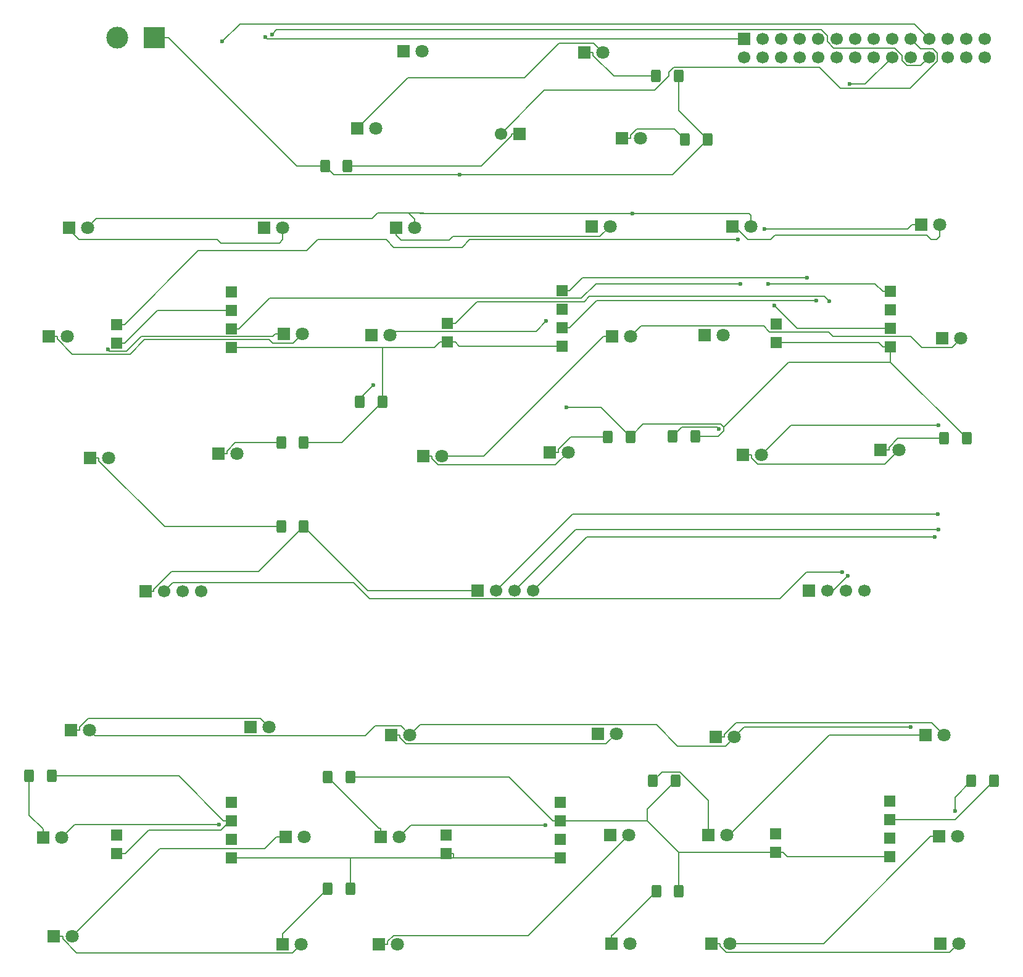
<source format=gbr>
%TF.GenerationSoftware,KiCad,Pcbnew,9.0.2*%
%TF.CreationDate,2025-06-15T20:52:46+02:00*%
%TF.ProjectId,adirs,61646972-732e-46b6-9963-61645f706362,rev?*%
%TF.SameCoordinates,Original*%
%TF.FileFunction,Copper,L1,Top*%
%TF.FilePolarity,Positive*%
%FSLAX46Y46*%
G04 Gerber Fmt 4.6, Leading zero omitted, Abs format (unit mm)*
G04 Created by KiCad (PCBNEW 9.0.2) date 2025-06-15 20:52:46*
%MOMM*%
%LPD*%
G01*
G04 APERTURE LIST*
G04 Aperture macros list*
%AMRoundRect*
0 Rectangle with rounded corners*
0 $1 Rounding radius*
0 $2 $3 $4 $5 $6 $7 $8 $9 X,Y pos of 4 corners*
0 Add a 4 corners polygon primitive as box body*
4,1,4,$2,$3,$4,$5,$6,$7,$8,$9,$2,$3,0*
0 Add four circle primitives for the rounded corners*
1,1,$1+$1,$2,$3*
1,1,$1+$1,$4,$5*
1,1,$1+$1,$6,$7*
1,1,$1+$1,$8,$9*
0 Add four rect primitives between the rounded corners*
20,1,$1+$1,$2,$3,$4,$5,0*
20,1,$1+$1,$4,$5,$6,$7,0*
20,1,$1+$1,$6,$7,$8,$9,0*
20,1,$1+$1,$8,$9,$2,$3,0*%
G04 Aperture macros list end*
%TA.AperFunction,ComponentPad*%
%ADD10R,1.500000X1.500000*%
%TD*%
%TA.AperFunction,ComponentPad*%
%ADD11R,1.800000X1.800000*%
%TD*%
%TA.AperFunction,ComponentPad*%
%ADD12C,1.800000*%
%TD*%
%TA.AperFunction,SMDPad,CuDef*%
%ADD13RoundRect,0.250000X-0.400000X-0.625000X0.400000X-0.625000X0.400000X0.625000X-0.400000X0.625000X0*%
%TD*%
%TA.AperFunction,ComponentPad*%
%ADD14R,3.000000X3.000000*%
%TD*%
%TA.AperFunction,ComponentPad*%
%ADD15C,3.000000*%
%TD*%
%TA.AperFunction,ComponentPad*%
%ADD16R,1.700000X1.700000*%
%TD*%
%TA.AperFunction,ComponentPad*%
%ADD17C,1.700000*%
%TD*%
%TA.AperFunction,ViaPad*%
%ADD18C,0.600000*%
%TD*%
%TA.AperFunction,Conductor*%
%ADD19C,0.200000*%
%TD*%
G04 APERTURE END LIST*
D10*
%TO.P,KR3,1,+5V_TOP_LED*%
%TO.N,Net-(J2-Pin_4)*%
X255250000Y-60150000D03*
%TO.P,KR3,2,GND_TOP_LED*%
%TO.N,GND*%
X255250000Y-62690000D03*
%TO.P,KR3,3,+5V_BOTTOM_LED*%
%TO.N,Net-(J2-Pin_5)*%
X255250000Y-65230000D03*
%TO.P,KR3,4,GND_BOTTOM_LED*%
%TO.N,GND*%
X255250000Y-67770000D03*
%TO.P,KR3,5,SW_IN*%
%TO.N,Net-(J2-Pin_6)*%
X239550000Y-64650000D03*
%TO.P,KR3,6,SW_OUT*%
%TO.N,GND*%
X239550000Y-67190000D03*
%TD*%
D11*
%TO.P,D35,1,K*%
%TO.N,Net-(D35-K)*%
X230660000Y-149600000D03*
D12*
%TO.P,D35,2,A*%
%TO.N,Net-(D34-K)*%
X233200000Y-149600000D03*
%TD*%
D11*
%TO.P,D29,1,K*%
%TO.N,Net-(D29-K)*%
X216760000Y-134700000D03*
D12*
%TO.P,D29,2,A*%
%TO.N,Net-(D28-K)*%
X219300000Y-134700000D03*
%TD*%
D11*
%TO.P,D33,1,K*%
%TO.N,Net-(D33-K)*%
X230260000Y-134700000D03*
D12*
%TO.P,D33,2,A*%
%TO.N,Net-(D32-K)*%
X232800000Y-134700000D03*
%TD*%
D13*
%TO.P,R14,1*%
%TO.N,Net-(D39-K)*%
X223050000Y-30594400D03*
%TO.P,R14,2*%
%TO.N,GND*%
X226150000Y-30594400D03*
%TD*%
%TO.P,R7,1*%
%TO.N,Net-(D21-K)*%
X137050000Y-126600000D03*
%TO.P,R7,2*%
%TO.N,GND*%
X140150000Y-126600000D03*
%TD*%
D11*
%TO.P,D3,1,K*%
%TO.N,Net-(D3-K)*%
X163000000Y-82400000D03*
D12*
%TO.P,D3,2,A*%
%TO.N,Net-(D2-K)*%
X165540000Y-82400000D03*
%TD*%
D11*
%TO.P,D22,1,K*%
%TO.N,Net-(D22-K)*%
X172260000Y-135000000D03*
D12*
%TO.P,D22,2,A*%
%TO.N,+12V*%
X174800000Y-135000000D03*
%TD*%
D11*
%TO.P,D19,1,K*%
%TO.N,Net-(D19-K)*%
X142760000Y-120300000D03*
D12*
%TO.P,D19,2,A*%
%TO.N,+12V*%
X145300000Y-120300000D03*
%TD*%
D11*
%TO.P,D13,1,K*%
%TO.N,Net-(D13-K)*%
X233560000Y-51200000D03*
D12*
%TO.P,D13,2,A*%
%TO.N,+12V*%
X236100000Y-51200000D03*
%TD*%
D11*
%TO.P,D16,1,K*%
%TO.N,Net-(D16-K)*%
X262360000Y-66600000D03*
D12*
%TO.P,D16,2,A*%
%TO.N,+12V*%
X264900000Y-66600000D03*
%TD*%
D13*
%TO.P,R8,1*%
%TO.N,Net-(D24-K)*%
X178050000Y-142100000D03*
%TO.P,R8,2*%
%TO.N,GND*%
X181150000Y-142100000D03*
%TD*%
D11*
%TO.P,D8,1,K*%
%TO.N,Net-(D8-K)*%
X214225000Y-51200000D03*
D12*
%TO.P,D8,2,A*%
%TO.N,Net-(D7-K)*%
X216765000Y-51200000D03*
%TD*%
D10*
%TO.P,KR5,1,+5V_TOP_LED*%
%TO.N,Net-(J2-Pin_7)*%
X209950000Y-130250000D03*
%TO.P,KR5,2,GND_TOP_LED*%
%TO.N,GND*%
X209950000Y-132790000D03*
%TO.P,KR5,3,+5V_BOTTOM_LED*%
%TO.N,Net-(J2-Pin_8)*%
X209950000Y-135330000D03*
%TO.P,KR5,4,GND_BOTTOM_LED*%
%TO.N,GND*%
X209950000Y-137870000D03*
%TO.P,KR5,5,SW_IN*%
%TO.N,Net-(J2-Pin_9)*%
X194250000Y-134750000D03*
%TO.P,KR5,6,SW_OUT*%
%TO.N,GND*%
X194250000Y-137290000D03*
%TD*%
D11*
%TO.P,D25,1,K*%
%TO.N,Net-(D25-K)*%
X186760000Y-121000000D03*
D12*
%TO.P,D25,2,A*%
%TO.N,+12V*%
X189300000Y-121000000D03*
%TD*%
D14*
%TO.P,J1,1,Pin_1*%
%TO.N,GND*%
X154240000Y-25300000D03*
D15*
%TO.P,J1,2,Pin_2*%
%TO.N,+12V*%
X149160000Y-25300000D03*
%TD*%
D11*
%TO.P,D21,1,K*%
%TO.N,Net-(D21-K)*%
X138960000Y-135100000D03*
D12*
%TO.P,D21,2,A*%
%TO.N,Net-(D20-K)*%
X141500000Y-135100000D03*
%TD*%
D11*
%TO.P,D10,1,K*%
%TO.N,Net-(D10-K)*%
X217060000Y-66300000D03*
D12*
%TO.P,D10,2,A*%
%TO.N,+12V*%
X219600000Y-66300000D03*
%TD*%
D11*
%TO.P,D32,1,K*%
%TO.N,Net-(D32-K)*%
X260060000Y-121000000D03*
D12*
%TO.P,D32,2,A*%
%TO.N,Net-(D31-K)*%
X262600000Y-121000000D03*
%TD*%
D13*
%TO.P,R10,1*%
%TO.N,Net-(D30-K)*%
X223100000Y-142400000D03*
%TO.P,R10,2*%
%TO.N,GND*%
X226200000Y-142400000D03*
%TD*%
D11*
%TO.P,D12,1,K*%
%TO.N,Net-(D12-K)*%
X208460000Y-82200000D03*
D12*
%TO.P,D12,2,A*%
%TO.N,Net-(D11-K)*%
X211000000Y-82200000D03*
%TD*%
D10*
%TO.P,KR6,1,+5V_TOP_LED*%
%TO.N,Net-(J2-Pin_16)*%
X255150000Y-130050000D03*
%TO.P,KR6,2,GND_TOP_LED*%
%TO.N,GND*%
X255150000Y-132590000D03*
%TO.P,KR6,3,+5V_BOTTOM_LED*%
%TO.N,Net-(J2-Pin_17)*%
X255150000Y-135130000D03*
%TO.P,KR6,4,GND_BOTTOM_LED*%
%TO.N,GND*%
X255150000Y-137670000D03*
%TO.P,KR6,5,SW_IN*%
%TO.N,Net-(J2-Pin_18)*%
X239450000Y-134550000D03*
%TO.P,KR6,6,SW_OUT*%
%TO.N,GND*%
X239450000Y-137090000D03*
%TD*%
D16*
%TO.P,J6,1,Pin_1*%
%TO.N,GND*%
X198590000Y-101150000D03*
D17*
%TO.P,J6,2,Pin_2*%
%TO.N,Net-(J2-Pin_26)*%
X201130000Y-101150000D03*
%TO.P,J6,3,Pin_3*%
%TO.N,Net-(J2-Pin_27)*%
X203670000Y-101150000D03*
%TO.P,J6,4,Pin_4*%
%TO.N,Net-(J2-Pin_28)*%
X206210000Y-101150000D03*
%TD*%
D11*
%TO.P,D9,1,K*%
%TO.N,Net-(D9-K)*%
X184025000Y-66100000D03*
D12*
%TO.P,D9,2,A*%
%TO.N,Net-(D8-K)*%
X186565000Y-66100000D03*
%TD*%
D11*
%TO.P,D30,1,K*%
%TO.N,Net-(D30-K)*%
X216960000Y-149600000D03*
D12*
%TO.P,D30,2,A*%
%TO.N,Net-(D29-K)*%
X219500000Y-149600000D03*
%TD*%
D11*
%TO.P,D14,1,K*%
%TO.N,Net-(D14-K)*%
X259425000Y-51000000D03*
D12*
%TO.P,D14,2,A*%
%TO.N,Net-(D13-K)*%
X261965000Y-51000000D03*
%TD*%
D13*
%TO.P,R12,1*%
%TO.N,Net-(D36-K)*%
X266350000Y-127300000D03*
%TO.P,R12,2*%
%TO.N,GND*%
X269450000Y-127300000D03*
%TD*%
%TO.P,R4,1*%
%TO.N,Net-(D12-K)*%
X216450000Y-80100000D03*
%TO.P,R4,2*%
%TO.N,GND*%
X219550000Y-80100000D03*
%TD*%
%TO.P,R2,1*%
%TO.N,Net-(D6-K)*%
X171650000Y-92400000D03*
%TO.P,R2,2*%
%TO.N,GND*%
X174750000Y-92400000D03*
%TD*%
D16*
%TO.P,J4,1,Pin_1*%
%TO.N,GND*%
X153020000Y-101300000D03*
D17*
%TO.P,J4,2,Pin_2*%
%TO.N,Net-(J2-Pin_20)*%
X155560000Y-101300000D03*
%TO.P,J4,3,Pin_3*%
%TO.N,Net-(J2-Pin_21)*%
X158100000Y-101300000D03*
%TO.P,J4,4,Pin_4*%
%TO.N,Net-(J2-Pin_22)*%
X160640000Y-101300000D03*
%TD*%
D10*
%TO.P,KR4,1,+5V_TOP_LED*%
%TO.N,Net-(J2-Pin_13)*%
X164800000Y-130200000D03*
%TO.P,KR4,2,GND_TOP_LED*%
%TO.N,GND*%
X164800000Y-132740000D03*
%TO.P,KR4,3,+5V_BOTTOM_LED*%
%TO.N,Net-(J2-Pin_14)*%
X164800000Y-135280000D03*
%TO.P,KR4,4,GND_BOTTOM_LED*%
%TO.N,GND*%
X164800000Y-137820000D03*
%TO.P,KR4,5,SW_IN*%
%TO.N,Net-(J2-Pin_15)*%
X149100000Y-134700000D03*
%TO.P,KR4,6,SW_OUT*%
%TO.N,GND*%
X149100000Y-137240000D03*
%TD*%
D11*
%TO.P,D15,1,K*%
%TO.N,Net-(D15-K)*%
X229760000Y-66100000D03*
D12*
%TO.P,D15,2,A*%
%TO.N,Net-(D14-K)*%
X232300000Y-66100000D03*
%TD*%
D11*
%TO.P,D5,1,K*%
%TO.N,Net-(D5-K)*%
X172025000Y-66000000D03*
D12*
%TO.P,D5,2,A*%
%TO.N,Net-(D4-K)*%
X174565000Y-66000000D03*
%TD*%
D16*
%TO.P,J5,1,Pin_1*%
%TO.N,GND*%
X244090000Y-101150000D03*
D17*
%TO.P,J5,2,Pin_2*%
%TO.N,Net-(J2-Pin_23)*%
X246630000Y-101150000D03*
%TO.P,J5,3,Pin_3*%
%TO.N,Net-(J2-Pin_24)*%
X249170000Y-101150000D03*
%TO.P,J5,4,Pin_4*%
%TO.N,Net-(J2-Pin_25)*%
X251710000Y-101150000D03*
%TD*%
D11*
%TO.P,D23,1,K*%
%TO.N,Net-(D23-K)*%
X140460000Y-148600000D03*
D12*
%TO.P,D23,2,A*%
%TO.N,Net-(D22-K)*%
X143000000Y-148600000D03*
%TD*%
D11*
%TO.P,D17,1,K*%
%TO.N,Net-(D17-K)*%
X234960000Y-82600000D03*
D12*
%TO.P,D17,2,A*%
%TO.N,Net-(D16-K)*%
X237500000Y-82600000D03*
%TD*%
D13*
%TO.P,R3,1*%
%TO.N,Net-(D9-K)*%
X182450000Y-75300000D03*
%TO.P,R3,2*%
%TO.N,GND*%
X185550000Y-75300000D03*
%TD*%
%TO.P,R11,1*%
%TO.N,Net-(D33-K)*%
X222650000Y-127300000D03*
%TO.P,R11,2*%
%TO.N,GND*%
X225750000Y-127300000D03*
%TD*%
%TO.P,R15,1*%
%TO.N,Net-(D40-K)*%
X227050000Y-39300000D03*
%TO.P,R15,2*%
%TO.N,GND*%
X230150000Y-39300000D03*
%TD*%
%TO.P,R5,1*%
%TO.N,Net-(D15-K)*%
X225350000Y-80000000D03*
%TO.P,R5,2*%
%TO.N,GND*%
X228450000Y-80000000D03*
%TD*%
D11*
%TO.P,D40,1,K*%
%TO.N,Net-(D40-K)*%
X218360000Y-39100000D03*
D12*
%TO.P,D40,2,A*%
%TO.N,+12V*%
X220900000Y-39100000D03*
%TD*%
D11*
%TO.P,D2,1,K*%
%TO.N,Net-(D2-K)*%
X169325000Y-51400000D03*
D12*
%TO.P,D2,2,A*%
%TO.N,Net-(D1-K)*%
X171865000Y-51400000D03*
%TD*%
D11*
%TO.P,D39,1,K*%
%TO.N,Net-(D39-K)*%
X213260000Y-27400000D03*
D12*
%TO.P,D39,2,A*%
%TO.N,Net-(D38-K)*%
X215800000Y-27400000D03*
%TD*%
D11*
%TO.P,D1,1,K*%
%TO.N,Net-(D1-K)*%
X142525000Y-51400000D03*
D12*
%TO.P,D1,2,A*%
%TO.N,+12V*%
X145065000Y-51400000D03*
%TD*%
D11*
%TO.P,D37,1,K*%
%TO.N,Net-(D37-K)*%
X188425000Y-27200000D03*
D12*
%TO.P,D37,2,A*%
%TO.N,+12V*%
X190965000Y-27200000D03*
%TD*%
D16*
%TO.P,J3,1,Pin_1*%
%TO.N,Net-(J3-Pin_1)*%
X204375000Y-38500000D03*
D17*
%TO.P,J3,2,Pin_2*%
%TO.N,Net-(J2-Pin_19)*%
X201835000Y-38500000D03*
%TD*%
D13*
%TO.P,R13,1*%
%TO.N,GND*%
X177650000Y-42900000D03*
%TO.P,R13,2*%
%TO.N,Net-(J3-Pin_1)*%
X180750000Y-42900000D03*
%TD*%
D11*
%TO.P,D34,1,K*%
%TO.N,Net-(D34-K)*%
X261960000Y-134900000D03*
D12*
%TO.P,D34,2,A*%
%TO.N,+12V*%
X264500000Y-134900000D03*
%TD*%
D10*
%TO.P,KR1,1,+5V_TOP_LED*%
%TO.N,Net-(J2-Pin_1)*%
X164800000Y-60200000D03*
%TO.P,KR1,2,GND_TOP_LED*%
%TO.N,GND*%
X164800000Y-62740000D03*
%TO.P,KR1,3,+5V_BOTTOM_LED*%
%TO.N,Net-(J2-Pin_2)*%
X164800000Y-65280000D03*
%TO.P,KR1,4,GND_BOTTOM_LED*%
%TO.N,GND*%
X164800000Y-67820000D03*
%TO.P,KR1,5,SW_IN*%
%TO.N,Net-(J2-Pin_3)*%
X149100000Y-64700000D03*
%TO.P,KR1,6,SW_OUT*%
%TO.N,GND*%
X149100000Y-67240000D03*
%TD*%
D13*
%TO.P,R9,1*%
%TO.N,Net-(D27-K)*%
X178050000Y-126800000D03*
%TO.P,R9,2*%
%TO.N,GND*%
X181150000Y-126800000D03*
%TD*%
%TO.P,R1,1*%
%TO.N,Net-(D3-K)*%
X171650000Y-80900000D03*
%TO.P,R1,2*%
%TO.N,GND*%
X174750000Y-80900000D03*
%TD*%
D11*
%TO.P,D24,1,K*%
%TO.N,Net-(D24-K)*%
X171860000Y-149700000D03*
D12*
%TO.P,D24,2,A*%
%TO.N,Net-(D23-K)*%
X174400000Y-149700000D03*
%TD*%
D11*
%TO.P,D26,1,K*%
%TO.N,Net-(D26-K)*%
X215060000Y-120800000D03*
D12*
%TO.P,D26,2,A*%
%TO.N,Net-(D25-K)*%
X217600000Y-120800000D03*
%TD*%
D11*
%TO.P,D7,1,K*%
%TO.N,Net-(D7-K)*%
X187425000Y-51400000D03*
D12*
%TO.P,D7,2,A*%
%TO.N,+12V*%
X189965000Y-51400000D03*
%TD*%
D11*
%TO.P,D4,1,K*%
%TO.N,Net-(D4-K)*%
X139725000Y-66300000D03*
D12*
%TO.P,D4,2,A*%
%TO.N,+12V*%
X142265000Y-66300000D03*
%TD*%
D11*
%TO.P,D11,1,K*%
%TO.N,Net-(D11-K)*%
X191160000Y-82700000D03*
D12*
%TO.P,D11,2,A*%
%TO.N,Net-(D10-K)*%
X193700000Y-82700000D03*
%TD*%
D11*
%TO.P,D36,1,K*%
%TO.N,Net-(D36-K)*%
X262060000Y-149600000D03*
D12*
%TO.P,D36,2,A*%
%TO.N,Net-(D35-K)*%
X264600000Y-149600000D03*
%TD*%
D11*
%TO.P,D20,1,K*%
%TO.N,Net-(D20-K)*%
X167460000Y-119900000D03*
D12*
%TO.P,D20,2,A*%
%TO.N,Net-(D19-K)*%
X170000000Y-119900000D03*
%TD*%
D13*
%TO.P,R6,1*%
%TO.N,Net-(D18-K)*%
X262600000Y-80300000D03*
%TO.P,R6,2*%
%TO.N,GND*%
X265700000Y-80300000D03*
%TD*%
D11*
%TO.P,D27,1,K*%
%TO.N,Net-(D27-K)*%
X185260000Y-135000000D03*
D12*
%TO.P,D27,2,A*%
%TO.N,Net-(D26-K)*%
X187800000Y-135000000D03*
%TD*%
D11*
%TO.P,D31,1,K*%
%TO.N,Net-(D31-K)*%
X231260000Y-121300000D03*
D12*
%TO.P,D31,2,A*%
%TO.N,+12V*%
X233800000Y-121300000D03*
%TD*%
D11*
%TO.P,D38,1,K*%
%TO.N,Net-(D38-K)*%
X182060000Y-37800000D03*
D12*
%TO.P,D38,2,A*%
%TO.N,Net-(D37-K)*%
X184600000Y-37800000D03*
%TD*%
D11*
%TO.P,D28,1,K*%
%TO.N,Net-(D28-K)*%
X185060000Y-149700000D03*
D12*
%TO.P,D28,2,A*%
%TO.N,+12V*%
X187600000Y-149700000D03*
%TD*%
D11*
%TO.P,D18,1,K*%
%TO.N,Net-(D18-K)*%
X253860000Y-81900000D03*
D12*
%TO.P,D18,2,A*%
%TO.N,Net-(D17-K)*%
X256400000Y-81900000D03*
%TD*%
D10*
%TO.P,KR2,1,+5V_TOP_LED*%
%TO.N,Net-(J2-Pin_10)*%
X210150000Y-60050000D03*
%TO.P,KR2,2,GND_TOP_LED*%
%TO.N,GND*%
X210150000Y-62590000D03*
%TO.P,KR2,3,+5V_BOTTOM_LED*%
%TO.N,Net-(J2-Pin_11)*%
X210150000Y-65130000D03*
%TO.P,KR2,4,GND_BOTTOM_LED*%
%TO.N,GND*%
X210150000Y-67670000D03*
%TO.P,KR2,5,SW_IN*%
%TO.N,Net-(J2-Pin_12)*%
X194450000Y-64550000D03*
%TO.P,KR2,6,SW_OUT*%
%TO.N,GND*%
X194450000Y-67090000D03*
%TD*%
D11*
%TO.P,D6,1,K*%
%TO.N,Net-(D6-K)*%
X145425000Y-83000000D03*
D12*
%TO.P,D6,2,A*%
%TO.N,Net-(D5-K)*%
X147965000Y-83000000D03*
%TD*%
D16*
%TO.P,J2,1,Pin_1*%
%TO.N,Net-(J2-Pin_1)*%
X235140000Y-25460000D03*
D17*
%TO.P,J2,2,Pin_2*%
%TO.N,Net-(J2-Pin_2)*%
X235140000Y-28000000D03*
%TO.P,J2,3,Pin_3*%
%TO.N,Net-(J2-Pin_3)*%
X237680000Y-25460000D03*
%TO.P,J2,4,Pin_4*%
%TO.N,Net-(J2-Pin_4)*%
X237680000Y-28000000D03*
%TO.P,J2,5,Pin_5*%
%TO.N,Net-(J2-Pin_5)*%
X240220000Y-25460000D03*
%TO.P,J2,6,Pin_6*%
%TO.N,Net-(J2-Pin_6)*%
X240220000Y-28000000D03*
%TO.P,J2,7,Pin_7*%
%TO.N,Net-(J2-Pin_7)*%
X242760000Y-25460000D03*
%TO.P,J2,8,Pin_8*%
%TO.N,Net-(J2-Pin_8)*%
X242760000Y-28000000D03*
%TO.P,J2,9,Pin_9*%
%TO.N,Net-(J2-Pin_9)*%
X245300000Y-25460000D03*
%TO.P,J2,10,Pin_10*%
%TO.N,Net-(J2-Pin_10)*%
X245300000Y-28000000D03*
%TO.P,J2,11,Pin_11*%
%TO.N,Net-(J2-Pin_11)*%
X247840000Y-25460000D03*
%TO.P,J2,12,Pin_12*%
%TO.N,Net-(J2-Pin_12)*%
X247840000Y-28000000D03*
%TO.P,J2,13,Pin_13*%
%TO.N,Net-(J2-Pin_13)*%
X250380000Y-25460000D03*
%TO.P,J2,14,Pin_14*%
%TO.N,Net-(J2-Pin_14)*%
X250380000Y-28000000D03*
%TO.P,J2,15,Pin_15*%
%TO.N,Net-(J2-Pin_15)*%
X252920000Y-25460000D03*
%TO.P,J2,16,Pin_16*%
%TO.N,Net-(J2-Pin_16)*%
X252920000Y-28000000D03*
%TO.P,J2,17,Pin_17*%
%TO.N,Net-(J2-Pin_17)*%
X255460000Y-25460000D03*
%TO.P,J2,18,Pin_18*%
%TO.N,Net-(J2-Pin_18)*%
X255460000Y-28000000D03*
%TO.P,J2,19,Pin_19*%
%TO.N,Net-(J2-Pin_19)*%
X258000000Y-25460000D03*
%TO.P,J2,20,Pin_20*%
%TO.N,Net-(J2-Pin_20)*%
X258000000Y-28000000D03*
%TO.P,J2,21,Pin_21*%
%TO.N,Net-(J2-Pin_21)*%
X260540000Y-25460000D03*
%TO.P,J2,22,Pin_22*%
%TO.N,Net-(J2-Pin_22)*%
X260540000Y-28000000D03*
%TO.P,J2,23,Pin_23*%
%TO.N,Net-(J2-Pin_23)*%
X263080000Y-25460000D03*
%TO.P,J2,24,Pin_24*%
%TO.N,Net-(J2-Pin_24)*%
X263080000Y-28000000D03*
%TO.P,J2,25,Pin_25*%
%TO.N,Net-(J2-Pin_25)*%
X265620000Y-25460000D03*
%TO.P,J2,26,Pin_26*%
%TO.N,Net-(J2-Pin_26)*%
X265620000Y-28000000D03*
%TO.P,J2,27,Pin_27*%
%TO.N,Net-(J2-Pin_27)*%
X268160000Y-25460000D03*
%TO.P,J2,28,Pin_28*%
%TO.N,Net-(J2-Pin_28)*%
X268160000Y-28000000D03*
%TD*%
D18*
%TO.N,+12V*%
X219880700Y-49420000D03*
X258041000Y-119940000D03*
%TO.N,Net-(D5-K)*%
X147837400Y-68108800D03*
%TO.N,Net-(D8-K)*%
X207972900Y-64220000D03*
%TO.N,Net-(D9-K)*%
X184321100Y-73022000D03*
%TO.N,Net-(D14-K)*%
X237968300Y-51607500D03*
%TO.N,Net-(D15-K)*%
X231733900Y-79020000D03*
%TO.N,Net-(D16-K)*%
X261815500Y-78488200D03*
%TO.N,Net-(D20-K)*%
X163073200Y-133265800D03*
%TO.N,Net-(D26-K)*%
X207872900Y-133335000D03*
%TO.N,Net-(D36-K)*%
X264109800Y-131446200D03*
%TO.N,GND*%
X210805400Y-76060000D03*
X196174300Y-44113800D03*
%TO.N,Net-(J2-Pin_2)*%
X234697200Y-59090000D03*
%TO.N,Net-(J2-Pin_1)*%
X169503100Y-25235500D03*
%TO.N,Net-(J2-Pin_20)*%
X248601000Y-98650200D03*
%TO.N,Net-(J2-Pin_23)*%
X249406000Y-99140400D03*
%TO.N,Net-(J2-Pin_26)*%
X261771100Y-90672000D03*
%TO.N,Net-(J2-Pin_18)*%
X249622300Y-31660000D03*
%TO.N,Net-(J2-Pin_28)*%
X261366900Y-93820000D03*
%TO.N,Net-(J2-Pin_3)*%
X234335800Y-53031900D03*
%TO.N,Net-(J2-Pin_4)*%
X238502400Y-59090000D03*
%TO.N,Net-(J2-Pin_10)*%
X243763500Y-58300000D03*
%TO.N,Net-(J2-Pin_21)*%
X163577600Y-25839500D03*
%TO.N,Net-(J2-Pin_11)*%
X245076400Y-61435000D03*
%TO.N,Net-(J2-Pin_22)*%
X170395400Y-24868200D03*
%TO.N,Net-(J2-Pin_12)*%
X246865300Y-61523300D03*
%TO.N,Net-(J2-Pin_27)*%
X261868000Y-92782500D03*
%TO.N,Net-(J2-Pin_5)*%
X239296100Y-62050000D03*
%TD*%
D19*
%TO.N,+12V*%
X190701700Y-119598300D02*
X189300000Y-121000000D01*
X184100000Y-50162500D02*
X184862500Y-49400000D01*
X145065000Y-51400000D02*
X146302500Y-50162500D01*
X146302500Y-50162500D02*
X184100000Y-50162500D01*
X188800000Y-49400000D02*
X189202500Y-49400000D01*
X191180000Y-49400000D02*
X191200000Y-49420000D01*
X184512200Y-119749900D02*
X188049900Y-119749900D01*
X219880700Y-49420000D02*
X191200000Y-49420000D01*
X246789000Y-65701700D02*
X247369000Y-66281700D01*
X219600000Y-66300000D02*
X221017100Y-64882900D01*
X263698300Y-67801700D02*
X264900000Y-66600000D01*
X188049900Y-119749900D02*
X189300000Y-121000000D01*
X189100000Y-49400000D02*
X189965000Y-50265000D01*
X183151300Y-121110800D02*
X184512200Y-119749900D01*
X145300000Y-120300000D02*
X146110800Y-121110800D01*
X226041600Y-122501700D02*
X223138200Y-119598300D01*
X219880700Y-49420000D02*
X235820000Y-49420000D01*
X221017100Y-64882900D02*
X237856200Y-64882900D01*
X233800000Y-121300000D02*
X232598300Y-122501700D01*
X184862500Y-49400000D02*
X188800000Y-49400000D01*
X223138200Y-119598300D02*
X190701700Y-119598300D01*
X189965000Y-50265000D02*
X189965000Y-51400000D01*
X235820000Y-49420000D02*
X236100000Y-49700000D01*
X191200000Y-49420000D02*
X190707500Y-49420000D01*
X259541400Y-67801700D02*
X263698300Y-67801700D01*
X235160000Y-119940000D02*
X258041000Y-119940000D01*
X247369000Y-66281700D02*
X258021400Y-66281700D01*
X232598300Y-122501700D02*
X226041600Y-122501700D01*
X238675000Y-65701700D02*
X246789000Y-65701700D01*
X188800000Y-49400000D02*
X189100000Y-49400000D01*
X146110800Y-121110800D02*
X183151300Y-121110800D01*
X188800000Y-49400000D02*
X191180000Y-49400000D01*
X236100000Y-49700000D02*
X236100000Y-51200000D01*
X233800000Y-121300000D02*
X235160000Y-119940000D01*
X237856200Y-64882900D02*
X238675000Y-65701700D01*
X258021400Y-66281700D02*
X259541400Y-67801700D01*
%TO.N,Net-(D1-K)*%
X162900000Y-53000000D02*
X163400000Y-53500000D01*
X171400000Y-53500000D02*
X171865000Y-53035000D01*
X142525000Y-51400000D02*
X142525000Y-51625000D01*
X171865000Y-53035000D02*
X171865000Y-51400000D01*
X163400000Y-53500000D02*
X171400000Y-53500000D01*
X142525000Y-51625000D02*
X143900000Y-53000000D01*
X143900000Y-53000000D02*
X162900000Y-53000000D01*
%TO.N,Net-(D3-K)*%
X164201700Y-82024500D02*
X165326200Y-80900000D01*
X165326200Y-80900000D02*
X171650000Y-80900000D01*
X164201700Y-82400000D02*
X164201700Y-82024500D01*
X163000000Y-82400000D02*
X164201700Y-82400000D01*
%TO.N,Net-(D4-K)*%
X142980000Y-68728800D02*
X150888700Y-68728800D01*
X152884100Y-66733400D02*
X169975500Y-66733400D01*
X169975500Y-66733400D02*
X170492200Y-67250100D01*
X170492200Y-67250100D02*
X173314900Y-67250100D01*
X150888700Y-68728800D02*
X152884100Y-66733400D01*
X140926700Y-66675500D02*
X142980000Y-68728800D01*
X139725000Y-66300000D02*
X140926700Y-66300000D01*
X140926700Y-66300000D02*
X140926700Y-66675500D01*
X173314900Y-67250100D02*
X174565000Y-66000000D01*
%TO.N,Net-(D5-K)*%
X148043200Y-68314600D02*
X147837400Y-68108800D01*
X152435100Y-66331700D02*
X150452200Y-68314600D01*
X150452200Y-68314600D02*
X148043200Y-68314600D01*
X170823300Y-66000000D02*
X170491600Y-66331700D01*
X172025000Y-66000000D02*
X170823300Y-66000000D01*
X170491600Y-66331700D02*
X152435100Y-66331700D01*
%TO.N,Net-(D6-K)*%
X155651200Y-92400000D02*
X146626700Y-83375500D01*
X171650000Y-92400000D02*
X155651200Y-92400000D01*
X146626700Y-83375500D02*
X146626700Y-83000000D01*
X145425000Y-83000000D02*
X146626700Y-83000000D01*
%TO.N,Net-(D7-K)*%
X216765000Y-51200000D02*
X215363300Y-52601700D01*
X188100000Y-53100000D02*
X194701700Y-53100000D01*
X187425000Y-52425000D02*
X188100000Y-53100000D01*
X187425000Y-51400000D02*
X187425000Y-52425000D01*
X194701700Y-53100000D02*
X195200000Y-52601700D01*
X215363300Y-52601700D02*
X195200000Y-52601700D01*
%TO.N,Net-(D8-K)*%
X187063300Y-65601700D02*
X186565000Y-66100000D01*
X207972900Y-64220000D02*
X206591200Y-65601700D01*
X206591200Y-65601700D02*
X187063300Y-65601700D01*
%TO.N,Net-(D9-K)*%
X184319500Y-73022000D02*
X184321100Y-73022000D01*
X184321100Y-73022000D02*
X184319500Y-73022000D01*
X182450000Y-75300000D02*
X182450000Y-74893100D01*
X182450000Y-74893100D02*
X184321100Y-73022000D01*
%TO.N,Net-(D10-K)*%
X217060000Y-66300000D02*
X215858300Y-66300000D01*
X199458300Y-82700000D02*
X215858300Y-66300000D01*
X193700000Y-82700000D02*
X199458300Y-82700000D01*
%TO.N,Net-(D11-K)*%
X192361700Y-82700000D02*
X192361700Y-83075500D01*
X193192700Y-83906500D02*
X209293500Y-83906500D01*
X209293500Y-83906500D02*
X211000000Y-82200000D01*
X191160000Y-82700000D02*
X192361700Y-82700000D01*
X192361700Y-83075500D02*
X193192700Y-83906500D01*
%TO.N,Net-(D12-K)*%
X208460000Y-82200000D02*
X209661700Y-82200000D01*
X216450000Y-80100000D02*
X211386200Y-80100000D01*
X209661700Y-81824500D02*
X209661700Y-82200000D01*
X211386200Y-80100000D02*
X209661700Y-81824500D01*
%TO.N,Net-(D13-K)*%
X239384900Y-52415100D02*
X260215100Y-52415100D01*
X233560000Y-51200000D02*
X233900000Y-51200000D01*
X261965000Y-52635000D02*
X261965000Y-51000000D01*
X233900000Y-51200000D02*
X235700000Y-53000000D01*
X260800000Y-53000000D02*
X261600000Y-53000000D01*
X260215100Y-52415100D02*
X260800000Y-53000000D01*
X235700000Y-53000000D02*
X238800000Y-53000000D01*
X238800000Y-53000000D02*
X239384900Y-52415100D01*
X261600000Y-53000000D02*
X261965000Y-52635000D01*
%TO.N,Net-(D14-K)*%
X237968300Y-51607500D02*
X257615800Y-51607500D01*
X259425000Y-51000000D02*
X258223300Y-51000000D01*
X257615800Y-51607500D02*
X258223300Y-51000000D01*
%TO.N,Net-(D15-K)*%
X231471400Y-78757500D02*
X231733900Y-79020000D01*
X226592500Y-78757500D02*
X231471400Y-78757500D01*
X225350000Y-80000000D02*
X226592500Y-78757500D01*
%TO.N,Net-(D16-K)*%
X241611800Y-78488200D02*
X237500000Y-82600000D01*
X261815500Y-78488200D02*
X241611800Y-78488200D01*
%TO.N,Net-(D17-K)*%
X234960000Y-82600000D02*
X236161700Y-82600000D01*
X236987800Y-83801700D02*
X236161700Y-82975600D01*
X236161700Y-82975600D02*
X236161700Y-82600000D01*
X254498300Y-83801700D02*
X236987800Y-83801700D01*
X256400000Y-81900000D02*
X254498300Y-83801700D01*
%TO.N,Net-(D18-K)*%
X256286200Y-80300000D02*
X262600000Y-80300000D01*
X255061700Y-81900000D02*
X255061700Y-81524500D01*
X255061700Y-81524500D02*
X256286200Y-80300000D01*
X253860000Y-81900000D02*
X255061700Y-81900000D01*
%TO.N,Net-(D19-K)*%
X168780100Y-118680100D02*
X170000000Y-119900000D01*
X142760000Y-120300000D02*
X143961700Y-120300000D01*
X143961700Y-120300000D02*
X143961700Y-119924500D01*
X145206100Y-118680100D02*
X168780100Y-118680100D01*
X143961700Y-119924500D02*
X145206100Y-118680100D01*
%TO.N,Net-(D20-K)*%
X143334200Y-133265800D02*
X141500000Y-135100000D01*
X163073200Y-133265800D02*
X143334200Y-133265800D01*
%TO.N,Net-(D21-K)*%
X138960000Y-135100000D02*
X138960000Y-133898300D01*
X138960000Y-133898300D02*
X137050000Y-131988300D01*
X137050000Y-131988300D02*
X137050000Y-126600000D01*
%TO.N,Net-(D22-K)*%
X143000000Y-148600000D02*
X155015000Y-136585000D01*
X155015000Y-136585000D02*
X169373300Y-136585000D01*
X172260000Y-135000000D02*
X170958300Y-135000000D01*
X169373300Y-136585000D02*
X170958300Y-135000000D01*
%TO.N,Net-(D23-K)*%
X173198300Y-150901700D02*
X174400000Y-149700000D01*
X141661700Y-148975500D02*
X143587900Y-150901700D01*
X141661700Y-148600000D02*
X141661700Y-148975500D01*
X143587900Y-150901700D02*
X173198300Y-150901700D01*
X140460000Y-148600000D02*
X141661700Y-148600000D01*
%TO.N,Net-(D24-K)*%
X171860000Y-148290000D02*
X178050000Y-142100000D01*
X171860000Y-149700000D02*
X171860000Y-148290000D01*
%TO.N,Net-(D25-K)*%
X187961700Y-121375600D02*
X187961700Y-121000000D01*
X188787800Y-122201700D02*
X187961700Y-121375600D01*
X186760000Y-121000000D02*
X187961700Y-121000000D01*
X216198300Y-122201700D02*
X188787800Y-122201700D01*
X217600000Y-120800000D02*
X216198300Y-122201700D01*
%TO.N,Net-(D26-K)*%
X207872900Y-133335000D02*
X189465000Y-133335000D01*
X189465000Y-133335000D02*
X187800000Y-135000000D01*
%TO.N,Net-(D27-K)*%
X185260000Y-135000000D02*
X185260000Y-133798300D01*
X185048300Y-133798300D02*
X178050000Y-126800000D01*
X185260000Y-133798300D02*
X185048300Y-133798300D01*
%TO.N,Net-(D28-K)*%
X185060000Y-149700000D02*
X186261700Y-149700000D01*
X219300000Y-134700000D02*
X205501700Y-148498300D01*
X186261700Y-149324400D02*
X186261700Y-149700000D01*
X187087800Y-148498300D02*
X186261700Y-149324400D01*
X205501700Y-148498300D02*
X187087800Y-148498300D01*
%TO.N,Net-(D30-K)*%
X217101700Y-148398300D02*
X216960000Y-148398300D01*
X223100000Y-142400000D02*
X217101700Y-148398300D01*
X216960000Y-149600000D02*
X216960000Y-148398300D01*
%TO.N,Net-(D31-K)*%
X232461700Y-121300000D02*
X232461700Y-120924400D01*
X260934600Y-119334600D02*
X262600000Y-121000000D01*
X232461700Y-120924400D02*
X234051500Y-119334600D01*
X231260000Y-121300000D02*
X232461700Y-121300000D01*
X234051500Y-119334600D02*
X260934600Y-119334600D01*
%TO.N,Net-(D32-K)*%
X232800000Y-134700000D02*
X233114900Y-134700000D01*
X233114900Y-134700000D02*
X246814900Y-121000000D01*
X246814900Y-121000000D02*
X260060000Y-121000000D01*
%TO.N,Net-(D33-K)*%
X226393800Y-126071900D02*
X230260000Y-129938100D01*
X230260000Y-129938100D02*
X230260000Y-134700000D01*
X223878100Y-126071900D02*
X226393800Y-126071900D01*
X222650000Y-127300000D02*
X223878100Y-126071900D01*
%TO.N,Net-(D34-K)*%
X260758300Y-134900000D02*
X246058300Y-149600000D01*
X261960000Y-134900000D02*
X260758300Y-134900000D01*
X246058300Y-149600000D02*
X233200000Y-149600000D01*
%TO.N,Net-(D35-K)*%
X263398300Y-150801700D02*
X232687800Y-150801700D01*
X231861700Y-149975600D02*
X231861700Y-149600000D01*
X264600000Y-149600000D02*
X263398300Y-150801700D01*
X232687800Y-150801700D02*
X231861700Y-149975600D01*
X230660000Y-149600000D02*
X231861700Y-149600000D01*
%TO.N,Net-(D36-K)*%
X266350000Y-127300000D02*
X264109800Y-129540200D01*
X264109800Y-129540200D02*
X264109800Y-131446200D01*
%TO.N,GND*%
X179950000Y-80900000D02*
X185550000Y-75300000D01*
X192668300Y-67820000D02*
X193398300Y-67090000D01*
X156603500Y-98580300D02*
X168569700Y-98580300D01*
X239450000Y-137090000D02*
X238499200Y-137090000D01*
X253618300Y-67190000D02*
X254198300Y-67770000D01*
X196174300Y-44113800D02*
X178863800Y-44113800D01*
X150151700Y-67240000D02*
X154651700Y-62740000D01*
X185550000Y-67820000D02*
X192668300Y-67820000D01*
X209950000Y-132790000D02*
X208898300Y-132790000D01*
X202908300Y-126800000D02*
X181150000Y-126800000D01*
X210150000Y-67670000D02*
X196081700Y-67670000D01*
X255250000Y-69850000D02*
X255250000Y-67770000D01*
X232335600Y-78770800D02*
X231909300Y-78344500D01*
X185550000Y-67820000D02*
X185550000Y-75300000D01*
X183500000Y-101150000D02*
X198590000Y-101150000D01*
X164800000Y-137820000D02*
X181100000Y-137820000D01*
X164302500Y-133122400D02*
X164302500Y-132740000D01*
X196081700Y-67670000D02*
X195501700Y-67090000D01*
X181150000Y-137870000D02*
X181150000Y-142100000D01*
X241081700Y-137670000D02*
X240501700Y-137090000D01*
X221900000Y-132790000D02*
X209950000Y-132790000D01*
X265700000Y-80300000D02*
X255250000Y-69850000D01*
X255150000Y-137670000D02*
X241081700Y-137670000D01*
X231604800Y-80000000D02*
X232335600Y-79269200D01*
X173741700Y-42900000D02*
X177650000Y-42900000D01*
X239450000Y-137090000D02*
X240501700Y-137090000D01*
X195301700Y-137870000D02*
X181150000Y-137870000D01*
X226150000Y-30594400D02*
X226150000Y-35300000D01*
X215510000Y-76060000D02*
X219550000Y-80100000D01*
X149100000Y-137240000D02*
X150251700Y-137240000D01*
X209950000Y-137870000D02*
X195301700Y-137870000D01*
X168569700Y-98580300D02*
X174750000Y-92400000D01*
X181100000Y-137820000D02*
X181150000Y-137870000D01*
X154651700Y-62740000D02*
X164800000Y-62740000D01*
X226200000Y-137090000D02*
X226200000Y-142400000D01*
X154240000Y-25300000D02*
X156141700Y-25300000D01*
X194450000Y-67090000D02*
X193398300Y-67090000D01*
X156141700Y-25300000D02*
X173741700Y-42900000D01*
X231909300Y-78344500D02*
X221305500Y-78344500D01*
X221305500Y-78344500D02*
X219550000Y-80100000D01*
X164302500Y-132740000D02*
X163748300Y-132740000D01*
X226200000Y-137090000D02*
X221900000Y-132790000D01*
X255250000Y-69850000D02*
X241256400Y-69850000D01*
X226150000Y-35300000D02*
X230150000Y-39300000D01*
X150251700Y-137240000D02*
X153457800Y-134033900D01*
X221900000Y-131150000D02*
X221900000Y-132790000D01*
X174750000Y-80900000D02*
X179950000Y-80900000D01*
X269450000Y-127300000D02*
X264160000Y-132590000D01*
X154171700Y-101300000D02*
X154171700Y-101012100D01*
X153457800Y-134033900D02*
X163391000Y-134033900D01*
X153020000Y-101300000D02*
X154171700Y-101300000D01*
X149100000Y-67240000D02*
X150151700Y-67240000D01*
X264160000Y-132590000D02*
X255150000Y-132590000D01*
X164800000Y-132740000D02*
X164302500Y-132740000D01*
X230150000Y-39300000D02*
X225336200Y-44113800D01*
X228450000Y-80000000D02*
X231604800Y-80000000D01*
X163748300Y-132740000D02*
X157608300Y-126600000D01*
X194450000Y-67090000D02*
X195501700Y-67090000D01*
X208898300Y-132790000D02*
X202908300Y-126800000D01*
X195301700Y-137870000D02*
X195301700Y-137290000D01*
X194250000Y-137290000D02*
X195301700Y-137290000D01*
X239550000Y-67190000D02*
X253618300Y-67190000D01*
X241256400Y-69850000D02*
X232335600Y-78770800D01*
X154171700Y-101012100D02*
X156603500Y-98580300D01*
X232335600Y-79269200D02*
X232335600Y-78770800D01*
X210805400Y-76060000D02*
X215510000Y-76060000D01*
X163391000Y-134033900D02*
X164302500Y-133122400D01*
X174750000Y-92400000D02*
X183500000Y-101150000D01*
X255250000Y-67770000D02*
X254198300Y-67770000D01*
X157608300Y-126600000D02*
X140150000Y-126600000D01*
X178863800Y-44113800D02*
X177650000Y-42900000D01*
X225750000Y-127300000D02*
X221900000Y-131150000D01*
X238499200Y-137090000D02*
X226200000Y-137090000D01*
X225336200Y-44113800D02*
X196174300Y-44113800D01*
X164800000Y-67820000D02*
X185550000Y-67820000D01*
%TO.N,Net-(J2-Pin_2)*%
X212837600Y-61101700D02*
X170030000Y-61101700D01*
X234697200Y-59090000D02*
X214849300Y-59090000D01*
X170030000Y-61101700D02*
X165851700Y-65280000D01*
X214849300Y-59090000D02*
X212837600Y-61101700D01*
X164800000Y-65280000D02*
X165851700Y-65280000D01*
%TO.N,Net-(J2-Pin_1)*%
X235140000Y-25460000D02*
X233988300Y-25460000D01*
X233978400Y-25469900D02*
X169737500Y-25469900D01*
X233988300Y-25460000D02*
X233978400Y-25469900D01*
X169737500Y-25469900D02*
X169503100Y-25235500D01*
%TO.N,Net-(J2-Pin_19)*%
X201835000Y-38500000D02*
X207774700Y-32560300D01*
X222905800Y-32560300D02*
X224862700Y-30603400D01*
X224862700Y-30047600D02*
X225522500Y-29387800D01*
X207774700Y-32560300D02*
X222905800Y-32560300D01*
X245456200Y-29387800D02*
X248336300Y-32267900D01*
X259388300Y-26848300D02*
X258000000Y-25460000D01*
X224862700Y-30603400D02*
X224862700Y-30047600D01*
X248336300Y-32267900D02*
X257945900Y-32267900D01*
X261695200Y-28518600D02*
X261695200Y-27460300D01*
X257945900Y-32267900D02*
X261695200Y-28518600D01*
X261695200Y-27460300D02*
X261083200Y-26848300D01*
X261083200Y-26848300D02*
X259388300Y-26848300D01*
X225522500Y-29387800D02*
X245456200Y-29387800D01*
%TO.N,Net-(J3-Pin_1)*%
X204375000Y-38500000D02*
X203223300Y-38500000D01*
X203223300Y-38787900D02*
X199111200Y-42900000D01*
X203223300Y-38500000D02*
X203223300Y-38787900D01*
X199111200Y-42900000D02*
X180750000Y-42900000D01*
%TO.N,Net-(J2-Pin_20)*%
X155560000Y-101300000D02*
X156755100Y-100104900D01*
X240068200Y-102306200D02*
X243724200Y-98650200D01*
X243724200Y-98650200D02*
X248601000Y-98650200D01*
X156755100Y-100104900D02*
X181612700Y-100104900D01*
X181612700Y-100104900D02*
X183814000Y-102306200D01*
X183814000Y-102306200D02*
X240068200Y-102306200D01*
%TO.N,Net-(J2-Pin_23)*%
X246630000Y-101150000D02*
X247396400Y-101150000D01*
X247396400Y-101150000D02*
X249406000Y-99140400D01*
%TO.N,Net-(J2-Pin_26)*%
X211608000Y-90672000D02*
X261771100Y-90672000D01*
X201130000Y-101150000D02*
X211608000Y-90672000D01*
%TO.N,Net-(J2-Pin_18)*%
X255460000Y-28000000D02*
X251800000Y-31660000D01*
X251800000Y-31660000D02*
X249622300Y-31660000D01*
%TO.N,Net-(J2-Pin_28)*%
X213540000Y-93820000D02*
X206210000Y-101150000D01*
X261366900Y-93820000D02*
X213540000Y-93820000D01*
%TO.N,Net-(J2-Pin_3)*%
X186031900Y-53031900D02*
X187100000Y-54100000D01*
X150151700Y-64700000D02*
X160275850Y-54575850D01*
X197500000Y-53031900D02*
X234335800Y-53031900D01*
X175156050Y-54575850D02*
X176700000Y-53031900D01*
X149100000Y-64700000D02*
X150151700Y-64700000D01*
X187100000Y-54100000D02*
X196431900Y-54100000D01*
X176700000Y-53031900D02*
X186031900Y-53031900D01*
X196431900Y-54100000D02*
X197500000Y-53031900D01*
X160275850Y-54575850D02*
X175156050Y-54575850D01*
%TO.N,Net-(J2-Pin_4)*%
X253138300Y-59090000D02*
X238502400Y-59090000D01*
X255250000Y-60150000D02*
X254198300Y-60150000D01*
X254198300Y-60150000D02*
X253138300Y-59090000D01*
%TO.N,Net-(J2-Pin_10)*%
X210150000Y-60050000D02*
X211201700Y-60050000D01*
X212951700Y-58300000D02*
X243763500Y-58300000D01*
X211201700Y-60050000D02*
X212951700Y-58300000D01*
%TO.N,Net-(J2-Pin_21)*%
X260540000Y-25460000D02*
X258536200Y-23456200D01*
X258536200Y-23456200D02*
X165960900Y-23456200D01*
X165960900Y-23456200D02*
X163577600Y-25839500D01*
%TO.N,Net-(J2-Pin_11)*%
X214896700Y-61435000D02*
X245076400Y-61435000D01*
X210150000Y-65130000D02*
X211201700Y-65130000D01*
X211201700Y-65130000D02*
X214896700Y-61435000D01*
%TO.N,Net-(J2-Pin_22)*%
X256848300Y-27746400D02*
X256848300Y-28477000D01*
X246570000Y-25846600D02*
X247453400Y-26730000D01*
X170395400Y-24868200D02*
X171004000Y-24259600D01*
X245746600Y-24259600D02*
X246570000Y-25083000D01*
X256848300Y-28477000D02*
X257523000Y-29151700D01*
X255831900Y-26730000D02*
X256848300Y-27746400D01*
X259388300Y-29151700D02*
X260540000Y-28000000D01*
X257523000Y-29151700D02*
X259388300Y-29151700D01*
X246570000Y-25083000D02*
X246570000Y-25846600D01*
X171004000Y-24259600D02*
X245746600Y-24259600D01*
X247453400Y-26730000D02*
X255831900Y-26730000D01*
%TO.N,Net-(J2-Pin_12)*%
X246152800Y-60810800D02*
X213929800Y-60810800D01*
X213929800Y-60810800D02*
X213202300Y-61538300D01*
X213202300Y-61538300D02*
X198513400Y-61538300D01*
X246865300Y-61523300D02*
X246152800Y-60810800D01*
X198513400Y-61538300D02*
X195501700Y-64550000D01*
X194450000Y-64550000D02*
X195501700Y-64550000D01*
%TO.N,Net-(J2-Pin_27)*%
X212037500Y-92782500D02*
X203670000Y-101150000D01*
X261868000Y-92782500D02*
X212037500Y-92782500D01*
%TO.N,Net-(J2-Pin_5)*%
X242476100Y-65230000D02*
X239296100Y-62050000D01*
X255250000Y-65230000D02*
X242476100Y-65230000D01*
%TO.N,Net-(D38-K)*%
X214498300Y-26098300D02*
X215800000Y-27400000D01*
X189049000Y-30811000D02*
X205014200Y-30811000D01*
X209726900Y-26098300D02*
X214498300Y-26098300D01*
X205014200Y-30811000D02*
X209726900Y-26098300D01*
X182060000Y-37800000D02*
X189049000Y-30811000D01*
%TO.N,Net-(D39-K)*%
X214461700Y-27775500D02*
X214461700Y-27400000D01*
X223050000Y-30594400D02*
X217280600Y-30594400D01*
X213260000Y-27400000D02*
X214461700Y-27400000D01*
X217280600Y-30594400D02*
X214461700Y-27775500D01*
%TO.N,Net-(D40-K)*%
X225606900Y-37856900D02*
X227050000Y-39300000D01*
X220429300Y-37856900D02*
X225606900Y-37856900D01*
X219561700Y-38724500D02*
X220429300Y-37856900D01*
X219561700Y-39100000D02*
X219561700Y-38724500D01*
X218360000Y-39100000D02*
X219561700Y-39100000D01*
%TD*%
M02*

</source>
